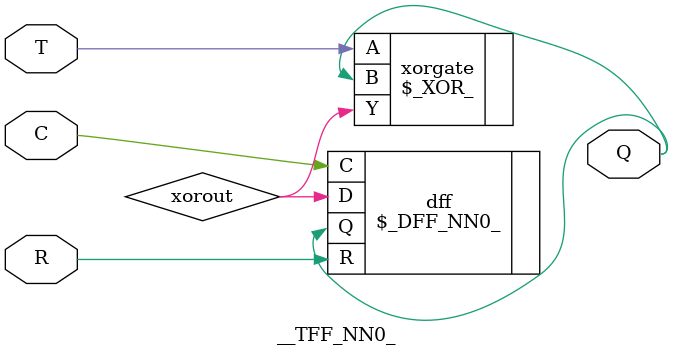
<source format=v>
module __TFF_NN0_ (T, C, R, Q);
	input T, C, R;
	output wire Q;
	wire xorout;
	$_XOR_ xorgate (
		.A(T),
		.B(Q),
		.Y(xorout),
	);
	$_DFF_NN0_ dff (
		.C(C),
		.D(xorout),
		.Q(Q),
		.R(R),
	);
endmodule
</source>
